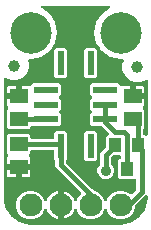
<source format=gbr>
G04 EAGLE Gerber RS-274X export*
G75*
%MOMM*%
%FSLAX34Y34*%
%LPD*%
%INTop Copper*%
%IPPOS*%
%AMOC8*
5,1,8,0,0,1.08239X$1,22.5*%
G01*
%ADD10R,2.000000X0.600000*%
%ADD11R,0.600000X2.000000*%
%ADD12R,1.500000X1.300000*%
%ADD13C,1.000000*%
%ADD14C,3.516000*%
%ADD15C,1.930400*%
%ADD16R,1.000000X1.200000*%
%ADD17C,0.406400*%
%ADD18C,0.906400*%

G36*
X101622Y2543D02*
X101622Y2543D01*
X101700Y2545D01*
X105077Y2810D01*
X105145Y2824D01*
X105214Y2829D01*
X105370Y2869D01*
X111794Y4956D01*
X111901Y5006D01*
X112012Y5050D01*
X112063Y5083D01*
X112082Y5091D01*
X112097Y5104D01*
X112148Y5136D01*
X117612Y9107D01*
X117699Y9188D01*
X117746Y9227D01*
X117752Y9231D01*
X117753Y9232D01*
X117791Y9264D01*
X117829Y9310D01*
X117844Y9324D01*
X117855Y9342D01*
X117893Y9388D01*
X121864Y14852D01*
X121921Y14956D01*
X121985Y15056D01*
X122007Y15113D01*
X122017Y15131D01*
X122022Y15151D01*
X122044Y15206D01*
X124131Y21630D01*
X124144Y21698D01*
X124167Y21764D01*
X124190Y21923D01*
X124455Y25300D01*
X124455Y25304D01*
X124456Y25307D01*
X124455Y25326D01*
X124459Y25400D01*
X124459Y26028D01*
X124442Y26166D01*
X124429Y26305D01*
X124422Y26324D01*
X124419Y26344D01*
X124368Y26473D01*
X124321Y26604D01*
X124310Y26621D01*
X124302Y26639D01*
X124221Y26751D01*
X124143Y26867D01*
X124127Y26880D01*
X124116Y26897D01*
X124008Y26986D01*
X123904Y27077D01*
X123886Y27087D01*
X123871Y27100D01*
X123745Y27159D01*
X123621Y27222D01*
X123601Y27227D01*
X123583Y27235D01*
X123447Y27261D01*
X123311Y27292D01*
X123290Y27291D01*
X123271Y27295D01*
X123132Y27286D01*
X122993Y27282D01*
X122973Y27276D01*
X122953Y27275D01*
X122821Y27232D01*
X122687Y27194D01*
X122670Y27183D01*
X122651Y27177D01*
X122533Y27103D01*
X122413Y27032D01*
X122392Y27014D01*
X122382Y27007D01*
X122368Y26992D01*
X122293Y26926D01*
X114164Y18798D01*
X114104Y18719D01*
X114036Y18647D01*
X114007Y18594D01*
X113970Y18546D01*
X113930Y18455D01*
X113882Y18369D01*
X113867Y18310D01*
X113843Y18255D01*
X113828Y18157D01*
X113803Y18061D01*
X113797Y17961D01*
X113793Y17940D01*
X113795Y17928D01*
X113793Y17900D01*
X113793Y16625D01*
X111937Y12143D01*
X108507Y8713D01*
X104025Y6857D01*
X99175Y6857D01*
X94693Y8713D01*
X91263Y12143D01*
X90073Y15018D01*
X90004Y15139D01*
X89939Y15262D01*
X89925Y15277D01*
X89915Y15295D01*
X89818Y15394D01*
X89725Y15497D01*
X89708Y15509D01*
X89694Y15523D01*
X89575Y15596D01*
X89459Y15672D01*
X89440Y15679D01*
X89423Y15689D01*
X89290Y15730D01*
X89158Y15775D01*
X89138Y15777D01*
X89119Y15783D01*
X88980Y15790D01*
X88841Y15801D01*
X88821Y15797D01*
X88801Y15798D01*
X88665Y15770D01*
X88528Y15746D01*
X88509Y15738D01*
X88490Y15734D01*
X88364Y15672D01*
X88238Y15616D01*
X88222Y15603D01*
X88204Y15594D01*
X88098Y15504D01*
X87990Y15417D01*
X87977Y15401D01*
X87962Y15388D01*
X87882Y15274D01*
X87798Y15163D01*
X87786Y15138D01*
X87779Y15128D01*
X87772Y15108D01*
X87727Y15018D01*
X86537Y12143D01*
X83107Y8713D01*
X78625Y6857D01*
X73775Y6857D01*
X69293Y8713D01*
X65863Y12143D01*
X64665Y15036D01*
X64651Y15062D01*
X64641Y15090D01*
X64572Y15200D01*
X64508Y15312D01*
X64487Y15334D01*
X64471Y15359D01*
X64377Y15448D01*
X64287Y15541D01*
X64261Y15556D01*
X64239Y15577D01*
X64126Y15639D01*
X64015Y15707D01*
X63987Y15716D01*
X63961Y15730D01*
X63835Y15763D01*
X63711Y15801D01*
X63682Y15802D01*
X63653Y15809D01*
X63523Y15810D01*
X63394Y15816D01*
X63365Y15810D01*
X63335Y15810D01*
X63209Y15778D01*
X63082Y15751D01*
X63055Y15738D01*
X63027Y15731D01*
X62913Y15669D01*
X62797Y15612D01*
X62774Y15592D01*
X62748Y15578D01*
X62653Y15490D01*
X62555Y15405D01*
X62537Y15381D01*
X62516Y15360D01*
X62446Y15251D01*
X62372Y15145D01*
X62361Y15117D01*
X62345Y15092D01*
X62286Y14942D01*
X62099Y14370D01*
X61228Y12660D01*
X60100Y11107D01*
X58743Y9750D01*
X57190Y8622D01*
X55480Y7751D01*
X53655Y7157D01*
X53299Y7101D01*
X53299Y17820D01*
X53284Y17938D01*
X53277Y18057D01*
X53264Y18095D01*
X53259Y18135D01*
X53216Y18246D01*
X53179Y18359D01*
X53157Y18393D01*
X53142Y18431D01*
X53073Y18527D01*
X53009Y18628D01*
X52979Y18656D01*
X52956Y18688D01*
X52864Y18764D01*
X52777Y18846D01*
X52742Y18865D01*
X52711Y18891D01*
X52603Y18942D01*
X52499Y18999D01*
X52459Y19009D01*
X52423Y19027D01*
X52316Y19047D01*
X52346Y19051D01*
X52456Y19095D01*
X52569Y19131D01*
X52604Y19153D01*
X52641Y19168D01*
X52737Y19238D01*
X52838Y19301D01*
X52866Y19331D01*
X52899Y19355D01*
X52975Y19446D01*
X53056Y19533D01*
X53076Y19568D01*
X53101Y19600D01*
X53152Y19707D01*
X53210Y19812D01*
X53220Y19851D01*
X53237Y19887D01*
X53259Y20004D01*
X53289Y20120D01*
X53293Y20180D01*
X53297Y20200D01*
X53295Y20220D01*
X53296Y20225D01*
X53297Y20230D01*
X53296Y20235D01*
X53299Y20280D01*
X53299Y30999D01*
X53655Y30943D01*
X55480Y30349D01*
X57190Y29478D01*
X58743Y28350D01*
X60100Y26993D01*
X61228Y25440D01*
X62099Y23730D01*
X62286Y23158D01*
X62298Y23131D01*
X62305Y23101D01*
X62366Y22987D01*
X62421Y22870D01*
X62440Y22847D01*
X62454Y22820D01*
X62541Y22724D01*
X62624Y22625D01*
X62648Y22607D01*
X62668Y22585D01*
X62776Y22514D01*
X62881Y22438D01*
X62909Y22427D01*
X62934Y22410D01*
X63056Y22368D01*
X63177Y22320D01*
X63206Y22317D01*
X63234Y22307D01*
X63364Y22297D01*
X63492Y22280D01*
X63522Y22284D01*
X63551Y22282D01*
X63679Y22304D01*
X63808Y22320D01*
X63835Y22331D01*
X63865Y22336D01*
X63983Y22389D01*
X64103Y22437D01*
X64128Y22455D01*
X64155Y22467D01*
X64256Y22548D01*
X64361Y22624D01*
X64380Y22647D01*
X64403Y22665D01*
X64481Y22769D01*
X64564Y22869D01*
X64576Y22896D01*
X64594Y22919D01*
X64665Y23064D01*
X65863Y25957D01*
X67893Y27986D01*
X67966Y28080D01*
X68044Y28169D01*
X68063Y28205D01*
X68087Y28237D01*
X68135Y28346D01*
X68189Y28452D01*
X68198Y28492D01*
X68214Y28529D01*
X68233Y28646D01*
X68259Y28762D01*
X68257Y28803D01*
X68264Y28843D01*
X68253Y28961D01*
X68249Y29080D01*
X68238Y29119D01*
X68234Y29159D01*
X68194Y29272D01*
X68160Y29386D01*
X68140Y29421D01*
X68126Y29459D01*
X68059Y29557D01*
X67999Y29660D01*
X67959Y29705D01*
X67948Y29722D01*
X67932Y29735D01*
X67893Y29781D01*
X46227Y51446D01*
X46227Y56594D01*
X46215Y56692D01*
X46212Y56791D01*
X46195Y56849D01*
X46187Y56909D01*
X46151Y57001D01*
X46123Y57097D01*
X46093Y57149D01*
X46070Y57205D01*
X46012Y57285D01*
X45962Y57371D01*
X45896Y57446D01*
X45884Y57462D01*
X45874Y57470D01*
X45855Y57491D01*
X45259Y58088D01*
X45259Y64618D01*
X45244Y64736D01*
X45237Y64855D01*
X45224Y64893D01*
X45219Y64934D01*
X45176Y65044D01*
X45139Y65157D01*
X45117Y65192D01*
X45102Y65229D01*
X45033Y65325D01*
X44969Y65426D01*
X44939Y65454D01*
X44916Y65487D01*
X44824Y65563D01*
X44737Y65644D01*
X44702Y65664D01*
X44671Y65689D01*
X44563Y65740D01*
X44459Y65798D01*
X44419Y65808D01*
X44383Y65825D01*
X44266Y65847D01*
X44151Y65877D01*
X44091Y65881D01*
X44071Y65885D01*
X44050Y65883D01*
X43990Y65887D01*
X26550Y65887D01*
X26432Y65872D01*
X26313Y65865D01*
X26275Y65852D01*
X26234Y65847D01*
X26124Y65804D01*
X26011Y65767D01*
X25976Y65745D01*
X25939Y65730D01*
X25843Y65661D01*
X25742Y65597D01*
X25714Y65567D01*
X25681Y65544D01*
X25605Y65452D01*
X25524Y65365D01*
X25504Y65330D01*
X25479Y65299D01*
X25428Y65191D01*
X25370Y65087D01*
X25360Y65047D01*
X25343Y65011D01*
X25321Y64894D01*
X25291Y64779D01*
X25287Y64719D01*
X25283Y64699D01*
X25285Y64678D01*
X25281Y64618D01*
X25281Y62908D01*
X24231Y61857D01*
X24158Y61763D01*
X24079Y61674D01*
X24060Y61638D01*
X24036Y61606D01*
X23988Y61497D01*
X23934Y61391D01*
X23925Y61352D01*
X23909Y61314D01*
X23891Y61197D01*
X23865Y61081D01*
X23866Y61040D01*
X23859Y61000D01*
X23871Y60882D01*
X23874Y60763D01*
X23886Y60724D01*
X23889Y60684D01*
X23930Y60572D01*
X23963Y60457D01*
X23983Y60422D01*
X23997Y60384D01*
X24064Y60286D01*
X24124Y60183D01*
X24164Y60138D01*
X24175Y60121D01*
X24191Y60108D01*
X24231Y60062D01*
X24773Y59520D01*
X25108Y58941D01*
X25281Y58294D01*
X25281Y53999D01*
X16510Y53999D01*
X16392Y53984D01*
X16273Y53977D01*
X16235Y53964D01*
X16195Y53959D01*
X16084Y53915D01*
X15971Y53879D01*
X15936Y53857D01*
X15899Y53842D01*
X15803Y53772D01*
X15702Y53709D01*
X15674Y53679D01*
X15642Y53655D01*
X15566Y53564D01*
X15484Y53477D01*
X15465Y53442D01*
X15439Y53410D01*
X15388Y53303D01*
X15331Y53199D01*
X15320Y53159D01*
X15303Y53123D01*
X15281Y53006D01*
X15251Y52891D01*
X15247Y52830D01*
X15243Y52810D01*
X15245Y52790D01*
X15241Y52730D01*
X15241Y51459D01*
X15239Y51459D01*
X15239Y52730D01*
X15224Y52848D01*
X15217Y52967D01*
X15204Y53005D01*
X15199Y53045D01*
X15155Y53156D01*
X15119Y53269D01*
X15097Y53304D01*
X15082Y53341D01*
X15012Y53437D01*
X14949Y53538D01*
X14919Y53566D01*
X14895Y53598D01*
X14804Y53674D01*
X14717Y53756D01*
X14682Y53775D01*
X14650Y53801D01*
X14543Y53852D01*
X14439Y53909D01*
X14399Y53920D01*
X14363Y53937D01*
X14246Y53959D01*
X14131Y53989D01*
X14070Y53993D01*
X14050Y53997D01*
X14030Y53995D01*
X13970Y53999D01*
X5199Y53999D01*
X5199Y58294D01*
X5372Y58941D01*
X5707Y59520D01*
X6249Y60062D01*
X6322Y60157D01*
X6401Y60246D01*
X6420Y60282D01*
X6444Y60314D01*
X6492Y60423D01*
X6546Y60529D01*
X6555Y60568D01*
X6571Y60606D01*
X6589Y60724D01*
X6615Y60839D01*
X6614Y60880D01*
X6621Y60920D01*
X6609Y61038D01*
X6606Y61157D01*
X6594Y61196D01*
X6591Y61236D01*
X6550Y61348D01*
X6517Y61463D01*
X6497Y61498D01*
X6483Y61536D01*
X6416Y61634D01*
X6356Y61737D01*
X6316Y61782D01*
X6305Y61799D01*
X6289Y61812D01*
X6249Y61857D01*
X5199Y62908D01*
X5199Y78012D01*
X6688Y79501D01*
X23792Y79501D01*
X25281Y78012D01*
X25281Y76302D01*
X25296Y76184D01*
X25303Y76065D01*
X25316Y76027D01*
X25321Y75986D01*
X25364Y75876D01*
X25401Y75763D01*
X25423Y75728D01*
X25438Y75691D01*
X25507Y75595D01*
X25571Y75494D01*
X25601Y75466D01*
X25624Y75433D01*
X25716Y75357D01*
X25803Y75276D01*
X25838Y75256D01*
X25869Y75231D01*
X25977Y75180D01*
X26081Y75122D01*
X26121Y75112D01*
X26157Y75095D01*
X26274Y75073D01*
X26389Y75043D01*
X26449Y75039D01*
X26469Y75035D01*
X26490Y75037D01*
X26550Y75033D01*
X43990Y75033D01*
X44108Y75048D01*
X44227Y75055D01*
X44265Y75068D01*
X44306Y75073D01*
X44416Y75116D01*
X44529Y75153D01*
X44564Y75175D01*
X44601Y75190D01*
X44697Y75259D01*
X44798Y75323D01*
X44826Y75353D01*
X44859Y75376D01*
X44935Y75468D01*
X45016Y75555D01*
X45036Y75590D01*
X45061Y75621D01*
X45112Y75729D01*
X45170Y75833D01*
X45180Y75873D01*
X45197Y75909D01*
X45219Y76026D01*
X45249Y76141D01*
X45253Y76201D01*
X45257Y76221D01*
X45255Y76242D01*
X45259Y76302D01*
X45259Y80192D01*
X46748Y81681D01*
X54852Y81681D01*
X56341Y80192D01*
X56341Y58088D01*
X55745Y57491D01*
X55684Y57413D01*
X55616Y57341D01*
X55587Y57288D01*
X55550Y57240D01*
X55510Y57149D01*
X55462Y57062D01*
X55447Y57004D01*
X55423Y56948D01*
X55408Y56850D01*
X55383Y56755D01*
X55377Y56655D01*
X55373Y56634D01*
X55375Y56622D01*
X55373Y56594D01*
X55373Y55760D01*
X55385Y55662D01*
X55388Y55563D01*
X55405Y55504D01*
X55413Y55444D01*
X55449Y55352D01*
X55477Y55257D01*
X55507Y55205D01*
X55530Y55149D01*
X55588Y55069D01*
X55638Y54983D01*
X55704Y54908D01*
X55716Y54891D01*
X55726Y54883D01*
X55744Y54862D01*
X77722Y32884D01*
X79708Y30899D01*
X79715Y30893D01*
X79721Y30886D01*
X79841Y30796D01*
X79959Y30704D01*
X79968Y30700D01*
X79975Y30695D01*
X80120Y30624D01*
X83107Y29387D01*
X86537Y25957D01*
X87727Y23082D01*
X87796Y22961D01*
X87861Y22838D01*
X87875Y22823D01*
X87885Y22805D01*
X87982Y22705D01*
X88075Y22603D01*
X88092Y22591D01*
X88106Y22577D01*
X88224Y22504D01*
X88341Y22428D01*
X88360Y22421D01*
X88377Y22411D01*
X88510Y22370D01*
X88642Y22325D01*
X88662Y22323D01*
X88681Y22317D01*
X88820Y22310D01*
X88959Y22299D01*
X88979Y22303D01*
X88999Y22302D01*
X89135Y22330D01*
X89272Y22354D01*
X89290Y22362D01*
X89310Y22366D01*
X89436Y22428D01*
X89562Y22484D01*
X89578Y22497D01*
X89596Y22506D01*
X89702Y22597D01*
X89810Y22683D01*
X89823Y22699D01*
X89838Y22712D01*
X89918Y22826D01*
X90002Y22937D01*
X90014Y22962D01*
X90021Y22972D01*
X90028Y22992D01*
X90073Y23082D01*
X91263Y25957D01*
X94693Y29387D01*
X99175Y31243D01*
X104025Y31243D01*
X108507Y29387D01*
X109266Y28627D01*
X109360Y28554D01*
X109449Y28476D01*
X109485Y28457D01*
X109517Y28433D01*
X109626Y28385D01*
X109732Y28331D01*
X109772Y28322D01*
X109809Y28306D01*
X109927Y28287D01*
X110043Y28261D01*
X110083Y28263D01*
X110123Y28256D01*
X110242Y28267D01*
X110360Y28271D01*
X110399Y28282D01*
X110440Y28286D01*
X110552Y28326D01*
X110666Y28360D01*
X110701Y28380D01*
X110739Y28394D01*
X110837Y28461D01*
X110940Y28521D01*
X110985Y28561D01*
X111002Y28572D01*
X111015Y28588D01*
X111061Y28627D01*
X114436Y32002D01*
X114496Y32081D01*
X114564Y32153D01*
X114593Y32206D01*
X114630Y32254D01*
X114670Y32345D01*
X114718Y32431D01*
X114733Y32490D01*
X114757Y32545D01*
X114772Y32643D01*
X114797Y32739D01*
X114803Y32839D01*
X114807Y32860D01*
X114805Y32872D01*
X114807Y32900D01*
X114807Y40160D01*
X114790Y40298D01*
X114777Y40436D01*
X114770Y40455D01*
X114767Y40475D01*
X114716Y40605D01*
X114669Y40736D01*
X114658Y40752D01*
X114650Y40771D01*
X114569Y40884D01*
X114491Y40999D01*
X114475Y41012D01*
X114464Y41028D01*
X114356Y41117D01*
X114252Y41209D01*
X114234Y41218D01*
X114219Y41231D01*
X114093Y41290D01*
X113969Y41354D01*
X113949Y41358D01*
X113931Y41367D01*
X113795Y41393D01*
X113659Y41423D01*
X113638Y41423D01*
X113619Y41427D01*
X113480Y41418D01*
X113341Y41414D01*
X113321Y41408D01*
X113301Y41407D01*
X113169Y41364D01*
X113035Y41325D01*
X113018Y41315D01*
X112999Y41309D01*
X112881Y41234D01*
X112761Y41164D01*
X112745Y41149D01*
X100628Y41149D01*
X99139Y42638D01*
X99139Y56742D01*
X100628Y58231D01*
X100838Y58231D01*
X100956Y58246D01*
X101075Y58253D01*
X101113Y58266D01*
X101154Y58271D01*
X101264Y58314D01*
X101377Y58351D01*
X101412Y58373D01*
X101449Y58388D01*
X101545Y58457D01*
X101646Y58521D01*
X101674Y58551D01*
X101707Y58574D01*
X101783Y58666D01*
X101864Y58753D01*
X101884Y58788D01*
X101909Y58819D01*
X101960Y58927D01*
X102018Y59031D01*
X102028Y59071D01*
X102045Y59107D01*
X102067Y59224D01*
X102097Y59339D01*
X102101Y59399D01*
X102105Y59419D01*
X102103Y59440D01*
X102107Y59500D01*
X102107Y59880D01*
X102092Y59998D01*
X102085Y60117D01*
X102072Y60155D01*
X102067Y60196D01*
X102024Y60306D01*
X101987Y60419D01*
X101965Y60454D01*
X101950Y60491D01*
X101881Y60587D01*
X101817Y60688D01*
X101787Y60716D01*
X101764Y60749D01*
X101672Y60825D01*
X101585Y60906D01*
X101550Y60926D01*
X101519Y60951D01*
X101411Y61002D01*
X101307Y61060D01*
X101267Y61070D01*
X101231Y61087D01*
X101114Y61109D01*
X100999Y61139D01*
X100939Y61143D01*
X100919Y61147D01*
X100898Y61145D01*
X100838Y61149D01*
X95632Y61149D01*
X95534Y61137D01*
X95435Y61134D01*
X95376Y61117D01*
X95316Y61109D01*
X95224Y61073D01*
X95129Y61045D01*
X95077Y61015D01*
X95021Y60992D01*
X94941Y60934D01*
X94855Y60884D01*
X94780Y60818D01*
X94763Y60806D01*
X94755Y60796D01*
X94734Y60778D01*
X93844Y59888D01*
X93784Y59809D01*
X93716Y59737D01*
X93687Y59684D01*
X93650Y59636D01*
X93610Y59545D01*
X93562Y59459D01*
X93547Y59400D01*
X93523Y59345D01*
X93508Y59247D01*
X93483Y59151D01*
X93477Y59051D01*
X93473Y59030D01*
X93475Y59018D01*
X93473Y58990D01*
X93473Y54215D01*
X93485Y54117D01*
X93488Y54018D01*
X93505Y53960D01*
X93513Y53900D01*
X93549Y53808D01*
X93577Y53713D01*
X93607Y53660D01*
X93630Y53604D01*
X93688Y53524D01*
X93738Y53439D01*
X93804Y53363D01*
X93816Y53347D01*
X93826Y53339D01*
X93844Y53318D01*
X94896Y52266D01*
X95973Y49667D01*
X95973Y46853D01*
X94896Y44254D01*
X92906Y42264D01*
X90307Y41187D01*
X87493Y41187D01*
X84894Y42264D01*
X82904Y44254D01*
X81827Y46853D01*
X81827Y49667D01*
X82904Y52266D01*
X83956Y53318D01*
X84016Y53396D01*
X84084Y53468D01*
X84113Y53521D01*
X84150Y53569D01*
X84190Y53660D01*
X84238Y53747D01*
X84253Y53805D01*
X84277Y53861D01*
X84292Y53959D01*
X84317Y54055D01*
X84323Y54155D01*
X84327Y54175D01*
X84325Y54187D01*
X84327Y54215D01*
X84327Y63304D01*
X89268Y68244D01*
X89328Y68323D01*
X89396Y68395D01*
X89425Y68448D01*
X89462Y68496D01*
X89502Y68587D01*
X89550Y68673D01*
X89565Y68732D01*
X89589Y68787D01*
X89604Y68885D01*
X89629Y68981D01*
X89635Y69081D01*
X89639Y69102D01*
X89637Y69114D01*
X89639Y69142D01*
X89639Y76742D01*
X91218Y78321D01*
X91291Y78415D01*
X91369Y78504D01*
X91388Y78540D01*
X91412Y78572D01*
X91460Y78681D01*
X91514Y78787D01*
X91523Y78827D01*
X91539Y78864D01*
X91558Y78982D01*
X91584Y79098D01*
X91582Y79138D01*
X91589Y79178D01*
X91578Y79297D01*
X91574Y79415D01*
X91563Y79454D01*
X91559Y79495D01*
X91519Y79607D01*
X91485Y79721D01*
X91465Y79756D01*
X91451Y79794D01*
X91384Y79892D01*
X91324Y79995D01*
X91284Y80040D01*
X91273Y80057D01*
X91257Y80070D01*
X91218Y80116D01*
X85606Y85728D01*
X85527Y85788D01*
X85455Y85856D01*
X85402Y85885D01*
X85354Y85922D01*
X85263Y85962D01*
X85177Y86010D01*
X85118Y86025D01*
X85063Y86049D01*
X84965Y86064D01*
X84869Y86089D01*
X84769Y86095D01*
X84748Y86099D01*
X84736Y86097D01*
X84708Y86099D01*
X77448Y86099D01*
X75959Y87588D01*
X75959Y95692D01*
X77259Y96992D01*
X77332Y97087D01*
X77411Y97176D01*
X77429Y97212D01*
X77454Y97244D01*
X77502Y97353D01*
X77556Y97459D01*
X77565Y97498D01*
X77581Y97536D01*
X77599Y97653D01*
X77625Y97769D01*
X77624Y97810D01*
X77630Y97850D01*
X77619Y97968D01*
X77616Y98087D01*
X77604Y98126D01*
X77601Y98166D01*
X77560Y98279D01*
X77527Y98393D01*
X77507Y98427D01*
X77493Y98466D01*
X77426Y98564D01*
X77366Y98667D01*
X77326Y98712D01*
X77314Y98729D01*
X77299Y98742D01*
X77259Y98787D01*
X75959Y100088D01*
X75959Y108192D01*
X77259Y109492D01*
X77332Y109587D01*
X77411Y109676D01*
X77429Y109712D01*
X77454Y109744D01*
X77502Y109853D01*
X77556Y109959D01*
X77565Y109998D01*
X77581Y110036D01*
X77599Y110153D01*
X77625Y110269D01*
X77624Y110310D01*
X77630Y110350D01*
X77619Y110468D01*
X77616Y110587D01*
X77604Y110626D01*
X77601Y110666D01*
X77560Y110779D01*
X77527Y110893D01*
X77507Y110927D01*
X77493Y110966D01*
X77426Y111064D01*
X77366Y111167D01*
X77326Y111212D01*
X77314Y111229D01*
X77299Y111242D01*
X77259Y111287D01*
X75959Y112588D01*
X75959Y120692D01*
X77448Y122181D01*
X99552Y122181D01*
X101063Y120670D01*
X101068Y120610D01*
X101077Y120585D01*
X101081Y120558D01*
X101129Y120435D01*
X101173Y120310D01*
X101188Y120287D01*
X101198Y120262D01*
X101275Y120155D01*
X101349Y120045D01*
X101369Y120027D01*
X101384Y120005D01*
X101486Y119920D01*
X101585Y119832D01*
X101609Y119819D01*
X101629Y119802D01*
X101749Y119746D01*
X101866Y119684D01*
X101893Y119678D01*
X101917Y119667D01*
X102047Y119642D01*
X102176Y119611D01*
X102203Y119612D01*
X102229Y119607D01*
X102361Y119615D01*
X102494Y119618D01*
X102520Y119625D01*
X102547Y119627D01*
X102673Y119667D01*
X102800Y119703D01*
X102835Y119720D01*
X102849Y119725D01*
X102868Y119736D01*
X102945Y119774D01*
X103279Y119968D01*
X103926Y120141D01*
X109221Y120141D01*
X109221Y112370D01*
X109236Y112252D01*
X109243Y112133D01*
X109256Y112095D01*
X109261Y112055D01*
X109304Y111944D01*
X109341Y111831D01*
X109363Y111796D01*
X109378Y111759D01*
X109448Y111663D01*
X109511Y111562D01*
X109541Y111534D01*
X109565Y111502D01*
X109656Y111426D01*
X109743Y111344D01*
X109778Y111325D01*
X109809Y111299D01*
X109917Y111248D01*
X110021Y111191D01*
X110061Y111180D01*
X110097Y111163D01*
X110214Y111141D01*
X110329Y111111D01*
X110390Y111107D01*
X110410Y111103D01*
X110430Y111105D01*
X110490Y111101D01*
X111761Y111101D01*
X111761Y109830D01*
X111776Y109712D01*
X111783Y109593D01*
X111796Y109555D01*
X111801Y109515D01*
X111845Y109404D01*
X111881Y109291D01*
X111903Y109256D01*
X111918Y109219D01*
X111988Y109123D01*
X112051Y109022D01*
X112081Y108994D01*
X112105Y108961D01*
X112196Y108886D01*
X112283Y108804D01*
X112318Y108784D01*
X112350Y108759D01*
X112457Y108708D01*
X112561Y108650D01*
X112601Y108640D01*
X112637Y108623D01*
X112754Y108601D01*
X112869Y108571D01*
X112930Y108567D01*
X112950Y108563D01*
X112970Y108565D01*
X113030Y108561D01*
X121801Y108561D01*
X121801Y104266D01*
X121628Y103619D01*
X121293Y103040D01*
X120751Y102498D01*
X120678Y102403D01*
X120599Y102314D01*
X120580Y102278D01*
X120556Y102246D01*
X120508Y102137D01*
X120454Y102031D01*
X120445Y101992D01*
X120429Y101954D01*
X120411Y101836D01*
X120385Y101721D01*
X120386Y101680D01*
X120379Y101640D01*
X120391Y101522D01*
X120394Y101403D01*
X120406Y101364D01*
X120409Y101324D01*
X120450Y101212D01*
X120483Y101097D01*
X120503Y101062D01*
X120517Y101024D01*
X120584Y100926D01*
X120644Y100823D01*
X120684Y100778D01*
X120695Y100761D01*
X120711Y100748D01*
X120751Y100703D01*
X121801Y99652D01*
X121801Y84548D01*
X121124Y83871D01*
X121064Y83793D01*
X120996Y83721D01*
X120967Y83668D01*
X120930Y83620D01*
X120890Y83529D01*
X120842Y83442D01*
X120827Y83384D01*
X120803Y83328D01*
X120788Y83230D01*
X120763Y83135D01*
X120757Y83034D01*
X120753Y83014D01*
X120755Y83002D01*
X120753Y82974D01*
X120753Y79500D01*
X120768Y79382D01*
X120775Y79263D01*
X120788Y79225D01*
X120793Y79184D01*
X120836Y79074D01*
X120873Y78961D01*
X120895Y78926D01*
X120910Y78889D01*
X120979Y78793D01*
X121043Y78692D01*
X121073Y78664D01*
X121096Y78631D01*
X121188Y78555D01*
X121275Y78474D01*
X121310Y78454D01*
X121341Y78429D01*
X121449Y78378D01*
X121553Y78320D01*
X121593Y78310D01*
X121629Y78293D01*
X121746Y78271D01*
X121861Y78241D01*
X121921Y78237D01*
X121941Y78233D01*
X121962Y78235D01*
X122022Y78231D01*
X122232Y78231D01*
X122292Y78171D01*
X122402Y78085D01*
X122509Y77997D01*
X122528Y77988D01*
X122544Y77976D01*
X122671Y77920D01*
X122797Y77861D01*
X122817Y77857D01*
X122836Y77849D01*
X122973Y77828D01*
X123110Y77801D01*
X123130Y77803D01*
X123150Y77799D01*
X123289Y77813D01*
X123427Y77821D01*
X123446Y77827D01*
X123466Y77829D01*
X123598Y77876D01*
X123729Y77919D01*
X123746Y77930D01*
X123766Y77937D01*
X123881Y78015D01*
X123998Y78089D01*
X124012Y78104D01*
X124029Y78115D01*
X124121Y78220D01*
X124216Y78321D01*
X124226Y78339D01*
X124239Y78354D01*
X124303Y78478D01*
X124370Y78599D01*
X124375Y78619D01*
X124384Y78637D01*
X124414Y78773D01*
X124449Y78907D01*
X124451Y78935D01*
X124454Y78947D01*
X124453Y78968D01*
X124459Y79068D01*
X124459Y124099D01*
X124453Y124148D01*
X124455Y124197D01*
X124433Y124305D01*
X124419Y124414D01*
X124401Y124460D01*
X124391Y124509D01*
X124343Y124608D01*
X124302Y124710D01*
X124273Y124750D01*
X124251Y124795D01*
X124180Y124878D01*
X124116Y124967D01*
X124077Y124999D01*
X124045Y125037D01*
X123955Y125100D01*
X123871Y125170D01*
X123826Y125191D01*
X123785Y125220D01*
X123682Y125259D01*
X123583Y125305D01*
X123534Y125315D01*
X123488Y125332D01*
X123378Y125345D01*
X123271Y125365D01*
X123221Y125362D01*
X123172Y125368D01*
X123063Y125352D01*
X122953Y125345D01*
X122906Y125330D01*
X122857Y125323D01*
X122704Y125271D01*
X118065Y123349D01*
X113075Y123349D01*
X108466Y125258D01*
X104938Y128786D01*
X103029Y133395D01*
X103029Y138385D01*
X104072Y140903D01*
X104076Y140917D01*
X104083Y140930D01*
X104118Y141070D01*
X104156Y141210D01*
X104157Y141224D01*
X104160Y141239D01*
X104159Y141383D01*
X104161Y141528D01*
X104158Y141542D01*
X104158Y141557D01*
X104121Y141696D01*
X104087Y141837D01*
X104080Y141850D01*
X104077Y141864D01*
X104006Y141990D01*
X103939Y142118D01*
X103929Y142129D01*
X103921Y142142D01*
X103822Y142246D01*
X103725Y142353D01*
X103712Y142361D01*
X103702Y142372D01*
X103580Y142449D01*
X103459Y142528D01*
X103445Y142533D01*
X103432Y142541D01*
X103295Y142584D01*
X103158Y142631D01*
X103143Y142632D01*
X103129Y142637D01*
X102985Y142645D01*
X102841Y142656D01*
X102826Y142654D01*
X102812Y142655D01*
X102652Y142633D01*
X101600Y142424D01*
X92922Y144150D01*
X85566Y149066D01*
X84065Y151311D01*
X83997Y151390D01*
X83936Y151475D01*
X83932Y151478D01*
X83921Y151510D01*
X83840Y151649D01*
X80650Y156422D01*
X78924Y165100D01*
X80650Y173778D01*
X85566Y181134D01*
X92301Y185635D01*
X92380Y185703D01*
X92465Y185764D01*
X92500Y185807D01*
X92541Y185843D01*
X92601Y185929D01*
X92667Y186009D01*
X92691Y186059D01*
X92722Y186105D01*
X92758Y186203D01*
X92803Y186297D01*
X92813Y186351D01*
X92832Y186403D01*
X92843Y186507D01*
X92863Y186610D01*
X92859Y186665D01*
X92865Y186719D01*
X92849Y186823D01*
X92843Y186927D01*
X92826Y186979D01*
X92818Y187034D01*
X92777Y187130D01*
X92745Y187229D01*
X92715Y187276D01*
X92694Y187327D01*
X92631Y187410D01*
X92575Y187498D01*
X92535Y187536D01*
X92501Y187580D01*
X92419Y187645D01*
X92343Y187716D01*
X92295Y187743D01*
X92252Y187777D01*
X92156Y187819D01*
X92065Y187870D01*
X92011Y187883D01*
X91961Y187906D01*
X91858Y187923D01*
X91757Y187949D01*
X91669Y187955D01*
X91647Y187958D01*
X91632Y187957D01*
X91596Y187959D01*
X35404Y187959D01*
X35300Y187946D01*
X35196Y187942D01*
X35143Y187926D01*
X35089Y187919D01*
X34992Y187881D01*
X34891Y187851D01*
X34844Y187823D01*
X34793Y187802D01*
X34708Y187741D01*
X34619Y187687D01*
X34580Y187648D01*
X34535Y187616D01*
X34469Y187535D01*
X34396Y187461D01*
X34368Y187413D01*
X34333Y187371D01*
X34288Y187276D01*
X34236Y187186D01*
X34221Y187133D01*
X34197Y187083D01*
X34178Y186980D01*
X34149Y186880D01*
X34148Y186825D01*
X34137Y186771D01*
X34144Y186666D01*
X34141Y186562D01*
X34154Y186508D01*
X34157Y186453D01*
X34189Y186354D01*
X34213Y186252D01*
X34238Y186203D01*
X34255Y186151D01*
X34311Y186062D01*
X34359Y185970D01*
X34396Y185928D01*
X34425Y185882D01*
X34501Y185810D01*
X34571Y185732D01*
X34641Y185679D01*
X34657Y185664D01*
X34670Y185657D01*
X34699Y185635D01*
X41434Y181134D01*
X46350Y173778D01*
X48076Y165100D01*
X46350Y156422D01*
X43160Y151649D01*
X43145Y151618D01*
X43123Y151590D01*
X43074Y151476D01*
X43032Y151439D01*
X42979Y151369D01*
X42964Y151353D01*
X42957Y151340D01*
X42935Y151311D01*
X41434Y149066D01*
X34078Y144150D01*
X25400Y142424D01*
X24921Y142519D01*
X24906Y142520D01*
X24892Y142525D01*
X24748Y142532D01*
X24604Y142542D01*
X24589Y142539D01*
X24575Y142540D01*
X24433Y142511D01*
X24291Y142485D01*
X24278Y142479D01*
X24263Y142476D01*
X24133Y142412D01*
X24002Y142352D01*
X23991Y142342D01*
X23977Y142336D01*
X23868Y142242D01*
X23756Y142151D01*
X23747Y142139D01*
X23735Y142130D01*
X23653Y142012D01*
X23566Y141895D01*
X23561Y141882D01*
X23552Y141870D01*
X23501Y141735D01*
X23447Y141601D01*
X23445Y141586D01*
X23440Y141572D01*
X23424Y141428D01*
X23404Y141285D01*
X23406Y141271D01*
X23404Y141256D01*
X23425Y141113D01*
X23441Y140970D01*
X23447Y140956D01*
X23449Y140941D01*
X23501Y140789D01*
X23971Y139655D01*
X23971Y134665D01*
X22062Y130056D01*
X18534Y126528D01*
X13925Y124619D01*
X8935Y124619D01*
X4296Y126541D01*
X4248Y126554D01*
X4203Y126575D01*
X4095Y126596D01*
X3989Y126625D01*
X3939Y126626D01*
X3890Y126635D01*
X3781Y126628D01*
X3671Y126630D01*
X3623Y126619D01*
X3573Y126615D01*
X3469Y126582D01*
X3362Y126556D01*
X3318Y126533D01*
X3271Y126517D01*
X3178Y126459D01*
X3081Y126407D01*
X3044Y126374D01*
X3002Y126347D01*
X2927Y126267D01*
X2845Y126193D01*
X2818Y126152D01*
X2784Y126116D01*
X2731Y126019D01*
X2671Y125928D01*
X2654Y125881D01*
X2630Y125837D01*
X2603Y125731D01*
X2567Y125627D01*
X2563Y125577D01*
X2551Y125529D01*
X2541Y125369D01*
X2541Y25400D01*
X2543Y25378D01*
X2545Y25300D01*
X2810Y21923D01*
X2824Y21855D01*
X2829Y21786D01*
X2869Y21630D01*
X4956Y15206D01*
X5006Y15099D01*
X5050Y14988D01*
X5083Y14937D01*
X5091Y14918D01*
X5104Y14903D01*
X5136Y14852D01*
X9107Y9388D01*
X9127Y9366D01*
X9138Y9348D01*
X9184Y9305D01*
X9188Y9301D01*
X9264Y9209D01*
X9310Y9171D01*
X9324Y9156D01*
X9342Y9145D01*
X9388Y9107D01*
X14596Y5322D01*
X14852Y5136D01*
X14956Y5079D01*
X15056Y5015D01*
X15113Y4993D01*
X15131Y4983D01*
X15151Y4978D01*
X15206Y4956D01*
X21630Y2869D01*
X21698Y2856D01*
X21764Y2833D01*
X21923Y2810D01*
X25300Y2545D01*
X25322Y2546D01*
X25400Y2541D01*
X101600Y2541D01*
X101622Y2543D01*
G37*
%LPC*%
G36*
X6688Y83059D02*
X6688Y83059D01*
X5199Y84548D01*
X5199Y99652D01*
X6249Y100703D01*
X6322Y100797D01*
X6401Y100886D01*
X6420Y100922D01*
X6444Y100954D01*
X6492Y101063D01*
X6546Y101169D01*
X6555Y101208D01*
X6571Y101246D01*
X6589Y101363D01*
X6615Y101479D01*
X6614Y101520D01*
X6621Y101560D01*
X6609Y101678D01*
X6606Y101797D01*
X6594Y101836D01*
X6591Y101876D01*
X6550Y101988D01*
X6517Y102103D01*
X6497Y102138D01*
X6483Y102176D01*
X6416Y102274D01*
X6356Y102377D01*
X6316Y102422D01*
X6305Y102439D01*
X6289Y102452D01*
X6249Y102498D01*
X5707Y103040D01*
X5372Y103619D01*
X5199Y104266D01*
X5199Y108561D01*
X13970Y108561D01*
X14088Y108576D01*
X14207Y108583D01*
X14245Y108596D01*
X14285Y108601D01*
X14396Y108644D01*
X14509Y108681D01*
X14544Y108703D01*
X14581Y108718D01*
X14677Y108788D01*
X14778Y108851D01*
X14806Y108881D01*
X14838Y108905D01*
X14914Y108996D01*
X14996Y109083D01*
X15015Y109118D01*
X15041Y109149D01*
X15092Y109257D01*
X15149Y109361D01*
X15160Y109401D01*
X15177Y109437D01*
X15199Y109554D01*
X15229Y109669D01*
X15233Y109730D01*
X15237Y109750D01*
X15235Y109770D01*
X15239Y109830D01*
X15239Y111101D01*
X16510Y111101D01*
X16628Y111116D01*
X16747Y111123D01*
X16785Y111136D01*
X16825Y111141D01*
X16936Y111185D01*
X17049Y111221D01*
X17084Y111243D01*
X17121Y111258D01*
X17217Y111328D01*
X17318Y111391D01*
X17346Y111421D01*
X17378Y111445D01*
X17454Y111536D01*
X17536Y111623D01*
X17555Y111658D01*
X17581Y111690D01*
X17632Y111797D01*
X17689Y111901D01*
X17700Y111941D01*
X17717Y111977D01*
X17739Y112094D01*
X17769Y112209D01*
X17773Y112270D01*
X17777Y112290D01*
X17775Y112310D01*
X17779Y112370D01*
X17779Y120141D01*
X23074Y120141D01*
X23721Y119968D01*
X24055Y119774D01*
X24178Y119723D01*
X24297Y119667D01*
X24324Y119662D01*
X24349Y119651D01*
X24480Y119632D01*
X24610Y119607D01*
X24636Y119608D01*
X24663Y119605D01*
X24795Y119618D01*
X24927Y119627D01*
X24953Y119635D01*
X24979Y119638D01*
X25104Y119684D01*
X25229Y119725D01*
X25252Y119739D01*
X25278Y119748D01*
X25386Y119824D01*
X25498Y119895D01*
X25517Y119914D01*
X25539Y119930D01*
X25625Y120030D01*
X25716Y120126D01*
X25729Y120150D01*
X25747Y120170D01*
X25806Y120289D01*
X25870Y120405D01*
X25876Y120431D01*
X25888Y120455D01*
X25916Y120585D01*
X25938Y120672D01*
X27448Y122181D01*
X49552Y122181D01*
X51041Y120692D01*
X51041Y112588D01*
X49741Y111287D01*
X49668Y111193D01*
X49589Y111104D01*
X49571Y111068D01*
X49546Y111036D01*
X49498Y110927D01*
X49444Y110821D01*
X49435Y110782D01*
X49419Y110744D01*
X49401Y110627D01*
X49375Y110511D01*
X49376Y110470D01*
X49370Y110430D01*
X49381Y110312D01*
X49384Y110193D01*
X49396Y110154D01*
X49399Y110114D01*
X49440Y110002D01*
X49473Y109887D01*
X49493Y109852D01*
X49507Y109814D01*
X49574Y109716D01*
X49634Y109613D01*
X49674Y109568D01*
X49686Y109551D01*
X49701Y109538D01*
X49741Y109492D01*
X51041Y108192D01*
X51041Y100088D01*
X49741Y98788D01*
X49668Y98693D01*
X49589Y98604D01*
X49571Y98568D01*
X49546Y98536D01*
X49498Y98427D01*
X49444Y98321D01*
X49435Y98282D01*
X49419Y98244D01*
X49401Y98127D01*
X49375Y98011D01*
X49376Y97970D01*
X49370Y97930D01*
X49381Y97812D01*
X49384Y97693D01*
X49396Y97654D01*
X49399Y97614D01*
X49440Y97501D01*
X49473Y97387D01*
X49493Y97353D01*
X49507Y97314D01*
X49574Y97216D01*
X49634Y97113D01*
X49674Y97068D01*
X49686Y97051D01*
X49701Y97038D01*
X49741Y96993D01*
X51041Y95692D01*
X51041Y87588D01*
X49552Y86099D01*
X27448Y86099D01*
X27338Y86185D01*
X27231Y86273D01*
X27212Y86282D01*
X27196Y86294D01*
X27069Y86350D01*
X26943Y86409D01*
X26923Y86413D01*
X26904Y86421D01*
X26767Y86442D01*
X26630Y86469D01*
X26610Y86467D01*
X26590Y86470D01*
X26452Y86457D01*
X26313Y86449D01*
X26294Y86443D01*
X26274Y86441D01*
X26142Y86394D01*
X26011Y86351D01*
X25994Y86340D01*
X25974Y86333D01*
X25859Y86255D01*
X25742Y86181D01*
X25728Y86166D01*
X25711Y86155D01*
X25619Y86050D01*
X25524Y85949D01*
X25514Y85931D01*
X25501Y85916D01*
X25437Y85792D01*
X25370Y85671D01*
X25365Y85651D01*
X25356Y85633D01*
X25326Y85497D01*
X25291Y85363D01*
X25289Y85335D01*
X25286Y85323D01*
X25287Y85302D01*
X25281Y85202D01*
X25281Y84548D01*
X23792Y83059D01*
X6688Y83059D01*
G37*
%LPD*%
%LPC*%
G36*
X22975Y6857D02*
X22975Y6857D01*
X18493Y8713D01*
X15063Y12143D01*
X13207Y16625D01*
X13207Y21475D01*
X15063Y25957D01*
X18493Y29387D01*
X22975Y31243D01*
X27825Y31243D01*
X32307Y29387D01*
X35737Y25957D01*
X36935Y23064D01*
X36949Y23038D01*
X36959Y23010D01*
X37028Y22900D01*
X37092Y22788D01*
X37113Y22766D01*
X37129Y22741D01*
X37223Y22652D01*
X37313Y22559D01*
X37339Y22544D01*
X37361Y22523D01*
X37474Y22461D01*
X37585Y22393D01*
X37613Y22384D01*
X37639Y22370D01*
X37765Y22337D01*
X37889Y22299D01*
X37918Y22298D01*
X37947Y22291D01*
X38077Y22290D01*
X38206Y22284D01*
X38235Y22290D01*
X38265Y22290D01*
X38391Y22322D01*
X38518Y22349D01*
X38545Y22362D01*
X38573Y22369D01*
X38687Y22431D01*
X38803Y22488D01*
X38826Y22508D01*
X38852Y22522D01*
X38947Y22610D01*
X39045Y22695D01*
X39063Y22719D01*
X39084Y22740D01*
X39154Y22849D01*
X39228Y22955D01*
X39239Y22983D01*
X39255Y23008D01*
X39314Y23158D01*
X39499Y23725D01*
X39501Y23730D01*
X40372Y25440D01*
X41500Y26993D01*
X42857Y28350D01*
X44410Y29478D01*
X46120Y30349D01*
X47945Y30943D01*
X48301Y30999D01*
X48301Y20280D01*
X48316Y20162D01*
X48323Y20043D01*
X48335Y20005D01*
X48341Y19965D01*
X48384Y19854D01*
X48421Y19741D01*
X48443Y19707D01*
X48458Y19669D01*
X48527Y19573D01*
X48591Y19472D01*
X48621Y19444D01*
X48644Y19412D01*
X48736Y19336D01*
X48823Y19254D01*
X48858Y19235D01*
X48889Y19209D01*
X48997Y19158D01*
X49101Y19101D01*
X49141Y19091D01*
X49177Y19073D01*
X49284Y19053D01*
X49254Y19049D01*
X49144Y19005D01*
X49031Y18969D01*
X48996Y18947D01*
X48959Y18932D01*
X48862Y18862D01*
X48762Y18799D01*
X48734Y18769D01*
X48701Y18745D01*
X48625Y18654D01*
X48544Y18567D01*
X48524Y18532D01*
X48499Y18500D01*
X48448Y18393D01*
X48390Y18288D01*
X48380Y18249D01*
X48363Y18213D01*
X48341Y18096D01*
X48311Y17980D01*
X48307Y17920D01*
X48303Y17900D01*
X48305Y17880D01*
X48301Y17820D01*
X48301Y7101D01*
X47945Y7157D01*
X46120Y7751D01*
X44410Y8622D01*
X42857Y9750D01*
X41500Y11107D01*
X40372Y12660D01*
X39501Y14370D01*
X39314Y14942D01*
X39302Y14969D01*
X39295Y14999D01*
X39234Y15113D01*
X39179Y15230D01*
X39160Y15253D01*
X39146Y15280D01*
X39059Y15376D01*
X38976Y15475D01*
X38952Y15493D01*
X38932Y15515D01*
X38824Y15586D01*
X38719Y15662D01*
X38691Y15673D01*
X38666Y15690D01*
X38544Y15732D01*
X38423Y15780D01*
X38394Y15783D01*
X38366Y15793D01*
X38236Y15803D01*
X38108Y15820D01*
X38078Y15816D01*
X38049Y15818D01*
X37921Y15796D01*
X37792Y15780D01*
X37765Y15769D01*
X37735Y15764D01*
X37617Y15711D01*
X37497Y15663D01*
X37472Y15645D01*
X37445Y15633D01*
X37344Y15552D01*
X37239Y15476D01*
X37220Y15453D01*
X37197Y15435D01*
X37119Y15331D01*
X37036Y15231D01*
X37024Y15204D01*
X37006Y15181D01*
X36935Y15036D01*
X35737Y12143D01*
X32307Y8713D01*
X27825Y6857D01*
X22975Y6857D01*
G37*
%LPD*%
%LPC*%
G36*
X72148Y126599D02*
X72148Y126599D01*
X70659Y128088D01*
X70659Y150192D01*
X72148Y151681D01*
X80252Y151681D01*
X81741Y150192D01*
X81741Y128088D01*
X80252Y126599D01*
X72148Y126599D01*
G37*
%LPD*%
%LPC*%
G36*
X46748Y126599D02*
X46748Y126599D01*
X45259Y128088D01*
X45259Y150192D01*
X46748Y151681D01*
X54852Y151681D01*
X56341Y150192D01*
X56341Y128088D01*
X54852Y126599D01*
X46748Y126599D01*
G37*
%LPD*%
%LPC*%
G36*
X72148Y56599D02*
X72148Y56599D01*
X70659Y58088D01*
X70659Y80192D01*
X72148Y81681D01*
X80252Y81681D01*
X81741Y80192D01*
X81741Y58088D01*
X80252Y56599D01*
X72148Y56599D01*
G37*
%LPD*%
%LPC*%
G36*
X114299Y113639D02*
X114299Y113639D01*
X114299Y120141D01*
X119594Y120141D01*
X120241Y119968D01*
X120820Y119633D01*
X121293Y119160D01*
X121628Y118581D01*
X121801Y117934D01*
X121801Y113639D01*
X114299Y113639D01*
G37*
%LPD*%
%LPC*%
G36*
X5199Y113639D02*
X5199Y113639D01*
X5199Y117934D01*
X5372Y118581D01*
X5707Y119160D01*
X6180Y119633D01*
X6759Y119968D01*
X7406Y120141D01*
X12701Y120141D01*
X12701Y113639D01*
X5199Y113639D01*
G37*
%LPD*%
%LPC*%
G36*
X17779Y42419D02*
X17779Y42419D01*
X17779Y48921D01*
X25281Y48921D01*
X25281Y44626D01*
X25108Y43979D01*
X24773Y43400D01*
X24300Y42927D01*
X23721Y42592D01*
X23074Y42419D01*
X17779Y42419D01*
G37*
%LPD*%
%LPC*%
G36*
X7406Y42419D02*
X7406Y42419D01*
X6759Y42592D01*
X6180Y42927D01*
X5707Y43400D01*
X5372Y43979D01*
X5199Y44626D01*
X5199Y48921D01*
X12701Y48921D01*
X12701Y42419D01*
X7406Y42419D01*
G37*
%LPD*%
D10*
X38500Y116640D03*
X38500Y104140D03*
X38500Y91640D03*
D11*
X50800Y69140D03*
X76200Y69140D03*
D10*
X88500Y91640D03*
X88500Y104140D03*
X88500Y116640D03*
D11*
X76200Y139140D03*
X50800Y139140D03*
D12*
X15240Y111100D03*
X15240Y92100D03*
D13*
X115570Y135890D03*
X11430Y137160D03*
D14*
X25400Y165100D03*
X101600Y165100D03*
D12*
X15240Y51460D03*
X15240Y70460D03*
D15*
X25400Y19050D03*
X50800Y19050D03*
X76200Y19050D03*
X101600Y19050D03*
D16*
X106680Y49690D03*
X97180Y69690D03*
X116180Y69690D03*
D12*
X111760Y92100D03*
X111760Y111100D03*
D17*
X97180Y69690D02*
X88900Y61410D01*
X88900Y48260D01*
D18*
X88900Y48260D03*
D17*
X50800Y70460D02*
X15240Y70460D01*
X50800Y70460D02*
X50800Y69140D01*
X50800Y53340D01*
X76200Y27940D01*
X76200Y19050D01*
X38500Y92100D02*
X15240Y92100D01*
X38500Y92100D02*
X38500Y91640D01*
X111760Y92100D02*
X116180Y92100D01*
X116180Y69690D01*
X119380Y65220D01*
X119380Y30480D01*
X106680Y17780D01*
X101600Y19050D01*
X88500Y91640D02*
X88500Y104140D01*
X88500Y91640D02*
X88500Y89300D01*
X96520Y81280D01*
X104140Y81280D01*
X106680Y78740D01*
X106680Y49690D01*
M02*

</source>
